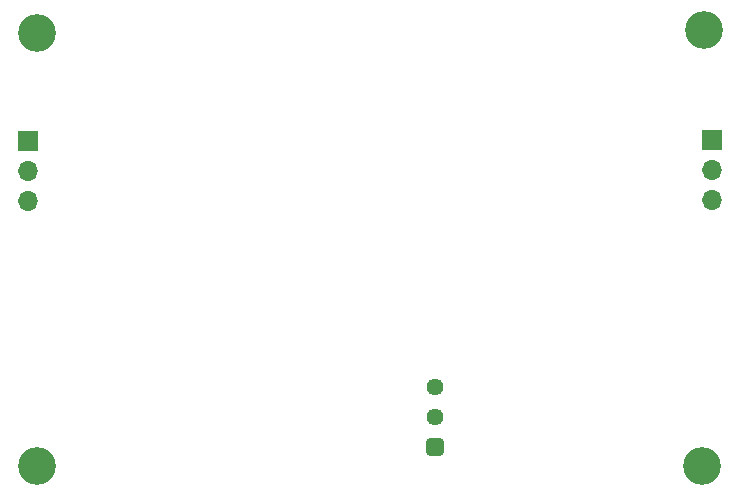
<source format=gbr>
%TF.GenerationSoftware,KiCad,Pcbnew,8.0.9*%
%TF.CreationDate,2025-07-24T11:39:00+02:00*%
%TF.ProjectId,Precision Analog Isolation Amplifier,50726563-6973-4696-9f6e-20416e616c6f,rev?*%
%TF.SameCoordinates,Original*%
%TF.FileFunction,Soldermask,Bot*%
%TF.FilePolarity,Negative*%
%FSLAX46Y46*%
G04 Gerber Fmt 4.6, Leading zero omitted, Abs format (unit mm)*
G04 Created by KiCad (PCBNEW 8.0.9) date 2025-07-24 11:39:00*
%MOMM*%
%LPD*%
G01*
G04 APERTURE LIST*
G04 Aperture macros list*
%AMRoundRect*
0 Rectangle with rounded corners*
0 $1 Rounding radius*
0 $2 $3 $4 $5 $6 $7 $8 $9 X,Y pos of 4 corners*
0 Add a 4 corners polygon primitive as box body*
4,1,4,$2,$3,$4,$5,$6,$7,$8,$9,$2,$3,0*
0 Add four circle primitives for the rounded corners*
1,1,$1+$1,$2,$3*
1,1,$1+$1,$4,$5*
1,1,$1+$1,$6,$7*
1,1,$1+$1,$8,$9*
0 Add four rect primitives between the rounded corners*
20,1,$1+$1,$2,$3,$4,$5,0*
20,1,$1+$1,$4,$5,$6,$7,0*
20,1,$1+$1,$6,$7,$8,$9,0*
20,1,$1+$1,$8,$9,$2,$3,0*%
G04 Aperture macros list end*
%ADD10C,3.200000*%
%ADD11R,1.700000X1.700000*%
%ADD12O,1.700000X1.700000*%
%ADD13RoundRect,0.250000X0.470000X0.470000X-0.470000X0.470000X-0.470000X-0.470000X0.470000X-0.470000X0*%
%ADD14C,1.440000*%
G04 APERTURE END LIST*
D10*
%TO.C,REF\u002A\u002A*%
X170600000Y-116600000D03*
%TD*%
%TO.C,REF\u002A\u002A*%
X114300000Y-116600000D03*
%TD*%
%TO.C,REF\u002A\u002A*%
X170800000Y-79700000D03*
%TD*%
%TO.C,REF\u002A\u002A*%
X114300000Y-79900000D03*
%TD*%
D11*
%TO.C,J2*%
X171400000Y-88960000D03*
D12*
X171400000Y-91500000D03*
X171400000Y-94040000D03*
%TD*%
D11*
%TO.C,J1*%
X113500000Y-89075000D03*
D12*
X113500000Y-91615000D03*
X113500000Y-94155000D03*
%TD*%
D13*
%TO.C,RV1*%
X148000000Y-115000000D03*
D14*
X148000000Y-112460000D03*
X148000000Y-109920000D03*
%TD*%
M02*

</source>
